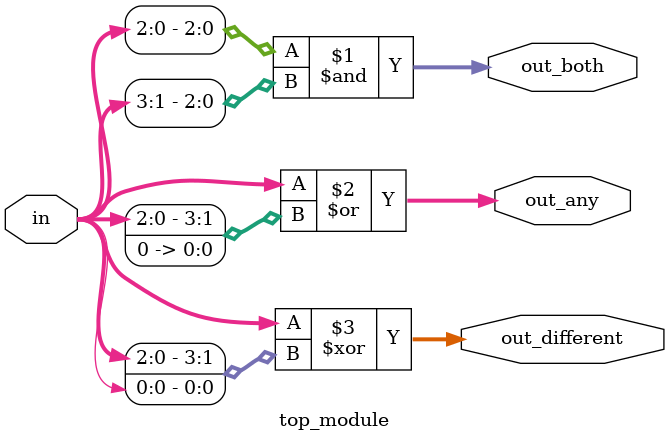
<source format=sv>
module top_module (
	input [3:0] in,
	output [2:0] out_both,
	output [3:0] out_any,
	output [3:0] out_different
);

	assign out_both = in[2:0] & in[3:1];
	assign out_any = in | {in[2:0], 1'b0}; // For OR, must concatenate to match size
	assign out_different = in ^ {in[2:0], in[0]}; // Concatenate with in[0] for XOR

endmodule

</source>
